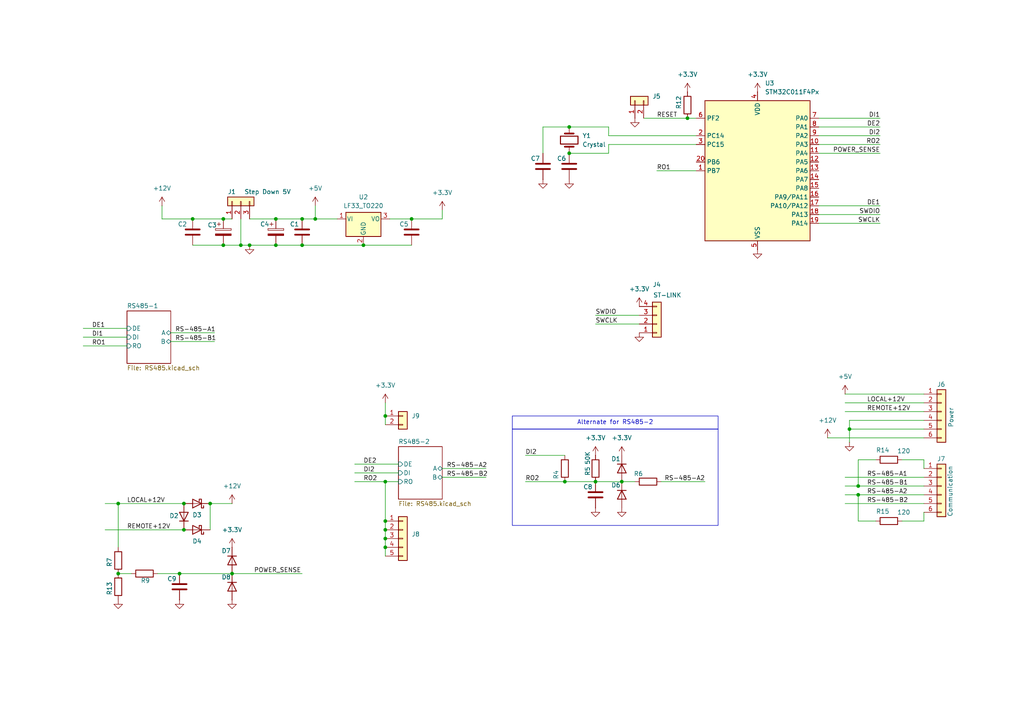
<source format=kicad_sch>
(kicad_sch (version 20250114) (generator "eeschema") (generator_version "9.0")
  (paper "A4")
  (lib_symbols
    (symbol "Connector_Generic:Conn_01x02" (pin_names (offset 1.016) (hide yes))
      (property "Reference" "J" (at 0 2.54 0))
      (property "Value" "Conn_01x02" (at 0 -5.08 0))
      (symbol "Conn_01x02_1_1"
        (rectangle (start -1.27 1.27) (end 1.27 -3.81) (stroke (width 0.254)) (fill (type background)))
        (rectangle (start -1.27 0.127) (end 0 -0.127) (stroke (width 0.1524)))
        (rectangle (start -1.27 -2.413) (end 0 -2.667) (stroke (width 0.1524)))
        (pin passive line (at -5.08 0 0) (length 3.81) (name "Pin_1") (number "1"))
        (pin passive line (at -5.08 -2.54 0) (length 3.81) (name "Pin_2") (number "2"))
      )
    )
    (symbol "Connector_Generic:Conn_01x03" (pin_names (offset 1.016) (hide yes))
      (property "Reference" "J" (at 0 5.08 0))
      (property "Value" "Conn_01x03" (at 0 -5.08 0))
      (symbol "Conn_01x03_1_1"
        (rectangle (start -1.27 3.81) (end 1.27 -3.81) (stroke (width 0.254)) (fill (type background)))
        (rectangle (start -1.27 2.667) (end 0 2.413) (stroke (width 0.1524)))
        (rectangle (start -1.27 0.127) (end 0 -0.127) (stroke (width 0.1524)))
        (rectangle (start -1.27 -2.413) (end 0 -2.667) (stroke (width 0.1524)))
        (pin passive line (at -5.08 2.54 0) (length 3.81) (name "Pin_1") (number "1"))
        (pin passive line (at -5.08 0 0) (length 3.81) (name "Pin_2") (number "2"))
        (pin passive line (at -5.08 -2.54 0) (length 3.81) (name "Pin_3") (number "3"))
      )
    )
    (symbol "Connector_Generic:Conn_01x04" (pin_names (offset 1.016) (hide yes))
      (property "Reference" "J" (at 0 5.08 0))
      (property "Value" "Conn_01x04" (at 0 -7.62 0))
      (symbol "Conn_01x04_1_1"
        (rectangle (start -1.27 3.81) (end 1.27 -6.35) (stroke (width 0.254)) (fill (type background)))
        (rectangle (start -1.27 2.667) (end 0 2.413) (stroke (width 0.1524)))
        (rectangle (start -1.27 0.127) (end 0 -0.127) (stroke (width 0.1524)))
        (rectangle (start -1.27 -2.413) (end 0 -2.667) (stroke (width 0.1524)))
        (rectangle (start -1.27 -4.953) (end 0 -5.207) (stroke (width 0.1524)))
        (pin passive line (at -5.08 2.54 0) (length 3.81) (name "Pin_1") (number "1"))
        (pin passive line (at -5.08 0 0) (length 3.81) (name "Pin_2") (number "2"))
        (pin passive line (at -5.08 -2.54 0) (length 3.81) (name "Pin_3") (number "3"))
        (pin passive line (at -5.08 -5.08 0) (length 3.81) (name "Pin_4") (number "4"))
      )
    )
    (symbol "Connector_Generic:Conn_01x05" (pin_names (offset 1.016) (hide yes))
      (property "Reference" "J" (at 0 7.62 0))
      (property "Value" "Conn_01x05" (at 0 -7.62 0))
      (symbol "Conn_01x05_1_1"
        (rectangle (start -1.27 6.35) (end 1.27 -6.35) (stroke (width 0.254)) (fill (type background)))
        (rectangle (start -1.27 5.207) (end 0 4.953) (stroke (width 0.1524)))
        (rectangle (start -1.27 2.667) (end 0 2.413) (stroke (width 0.1524)))
        (rectangle (start -1.27 0.127) (end 0 -0.127) (stroke (width 0.1524)))
        (rectangle (start -1.27 -2.413) (end 0 -2.667) (stroke (width 0.1524)))
        (rectangle (start -1.27 -4.953) (end 0 -5.207) (stroke (width 0.1524)))
        (pin passive line (at -5.08 5.08 0) (length 3.81) (name "Pin_1") (number "1"))
        (pin passive line (at -5.08 2.54 0) (length 3.81) (name "Pin_2") (number "2"))
        (pin passive line (at -5.08 0 0) (length 3.81) (name "Pin_3") (number "3"))
        (pin passive line (at -5.08 -2.54 0) (length 3.81) (name "Pin_4") (number "4"))
        (pin passive line (at -5.08 -5.08 0) (length 3.81) (name "Pin_5") (number "5"))
      )
    )
    (symbol "Connector_Generic:Conn_01x06" (pin_names (offset 1.016) (hide yes))
      (property "Reference" "J" (at 0 7.62 0))
      (property "Value" "Conn_01x06" (at 0 -10.16 0))
      (symbol "Conn_01x06_1_1"
        (rectangle (start -1.27 6.35) (end 1.27 -8.89) (stroke (width 0.254)) (fill (type background)))
        (rectangle (start -1.27 5.207) (end 0 4.953) (stroke (width 0.1524)))
        (rectangle (start -1.27 2.667) (end 0 2.413) (stroke (width 0.1524)))
        (rectangle (start -1.27 0.127) (end 0 -0.127) (stroke (width 0.1524)))
        (rectangle (start -1.27 -2.413) (end 0 -2.667) (stroke (width 0.1524)))
        (rectangle (start -1.27 -4.953) (end 0 -5.207) (stroke (width 0.1524)))
        (rectangle (start -1.27 -7.493) (end 0 -7.747) (stroke (width 0.1524)))
        (pin passive line (at -5.08 5.08 0) (length 3.81) (name "Pin_1") (number "1"))
        (pin passive line (at -5.08 2.54 0) (length 3.81) (name "Pin_2") (number "2"))
        (pin passive line (at -5.08 0 0) (length 3.81) (name "Pin_3") (number "3"))
        (pin passive line (at -5.08 -2.54 0) (length 3.81) (name "Pin_4") (number "4"))
        (pin passive line (at -5.08 -5.08 0) (length 3.81) (name "Pin_5") (number "5"))
        (pin passive line (at -5.08 -7.62 0) (length 3.81) (name "Pin_6") (number "6"))
      )
    )
    (symbol "Device:C" (pin_numbers (hide yes)) (pin_names (offset 0.254))
      (property "Reference" "C" (at 0.635 2.54 0))
      (property "Value" "C" (at 0.635 -2.54 0))
      (symbol "C_0_1"
        (polyline (pts (xy -2.032 0.762) (xy 2.032 0.762)) (stroke (width 0.508)))
        (polyline (pts (xy -2.032 -0.762) (xy 2.032 -0.762)) (stroke (width 0.508)))
      )
      (symbol "C_1_1"
        (pin passive line (at 0 3.81 270) (length 2.794) (name "~") (number "1"))
        (pin passive line (at 0 -3.81 90) (length 2.794) (name "~") (number "2"))
      )
    )
    (symbol "Device:C_Polarized" (pin_numbers (hide yes)) (pin_names (offset 0.254))
      (property "Reference" "C" (at 0.635 2.54 0))
      (property "Value" "C_Polarized" (at 0.635 -2.54 0))
      (symbol "C_Polarized_0_1"
        (rectangle (start -2.286 0.508) (end 2.286 1.016))
        (polyline (pts (xy -1.778 2.286) (xy -0.762 2.286)))
        (polyline (pts (xy -1.27 2.794) (xy -1.27 1.778)))
        (rectangle (start 2.286 -0.508) (end -2.286 -1.016) (fill (type outline)))
      )
      (symbol "C_Polarized_1_1"
        (pin passive line (at 0 3.81 270) (length 2.794) (name "~") (number "1"))
        (pin passive line (at 0 -3.81 90) (length 2.794) (name "~") (number "2"))
      )
    )
    (symbol "Device:Crystal" (pin_numbers (hide yes)) (pin_names (offset 1.016) (hide yes))
      (property "Reference" "Y" (at 0 3.81 0))
      (property "Value" "Crystal" (at 0 -3.81 0))
      (symbol "Crystal_0_1"
        (polyline (pts (xy -2.54 0) (xy -1.905 0)))
        (polyline (pts (xy -1.905 -1.27) (xy -1.905 1.27)) (stroke (width 0.508)))
        (rectangle (start -1.143 2.54) (end 1.143 -2.54) (stroke (width 0.3048)))
        (polyline (pts (xy 1.905 -1.27) (xy 1.905 1.27)) (stroke (width 0.508)))
        (polyline (pts (xy 2.54 0) (xy 1.905 0)))
      )
      (symbol "Crystal_1_1"
        (pin passive line (at -3.81 0 0) (length 1.27) (name "1") (number "1"))
        (pin passive line (at 3.81 0 180) (length 1.27) (name "2") (number "2"))
      )
    )
    (symbol "Device:D" (pin_numbers (hide yes)) (pin_names (offset 1.016) (hide yes))
      (property "Reference" "D" (at 0 2.54 0))
      (property "Value" "D" (at 0 -2.54 0))
      (symbol "D_0_1"
        (polyline (pts (xy -1.27 1.27) (xy -1.27 -1.27)) (stroke (width 0.254)))
        (polyline (pts (xy 1.27 1.27) (xy 1.27 -1.27) (xy -1.27 0) (xy 1.27 1.27)) (stroke (width 0.254)))
        (polyline (pts (xy 1.27 0) (xy -1.27 0)))
      )
      (symbol "D_1_1"
        (pin passive line (at -3.81 0 0) (length 2.54) (name "K") (number "1"))
        (pin passive line (at 3.81 0 180) (length 2.54) (name "A") (number "2"))
      )
    )
    (symbol "Device:D_Schottky" (pin_numbers (hide yes)) (pin_names (offset 1.016) (hide yes))
      (property "Reference" "D" (at 0 2.54 0))
      (property "Value" "D_Schottky" (at 0 -2.54 0))
      (symbol "D_Schottky_0_1"
        (polyline (pts (xy -1.905 0.635) (xy -1.905 1.27) (xy -1.27 1.27) (xy -1.27 -1.27) (xy -0.635 -1.27) (xy -0.635 -0.635)) (stroke (width 0.254)))
        (polyline (pts (xy 1.27 1.27) (xy 1.27 -1.27) (xy -1.27 0) (xy 1.27 1.27)) (stroke (width 0.254)))
        (polyline (pts (xy 1.27 0) (xy -1.27 0)))
      )
      (symbol "D_Schottky_1_1"
        (pin passive line (at -3.81 0 0) (length 2.54) (name "K") (number "1"))
        (pin passive line (at 3.81 0 180) (length 2.54) (name "A") (number "2"))
      )
    )
    (symbol "Device:R" (pin_numbers (hide yes)) (pin_names (offset 0))
      (property "Reference" "R" (at 2.032 0 90))
      (property "Value" "R" (at 0 0 90))
      (symbol "R_0_1"
        (rectangle (start -1.016 -2.54) (end 1.016 2.54) (stroke (width 0.254)))
      )
      (symbol "R_1_1"
        (pin passive line (at 0 3.81 270) (length 1.27) (name "~") (number "1"))
        (pin passive line (at 0 -3.81 90) (length 1.27) (name "~") (number "2"))
      )
    )
    (symbol "MCU_ST_STM32C0:STM32C011F4Px"
      (property "Reference" "U" (at -15.24 21.59 0))
      (property "Value" "STM32C011F4Px" (at 2.54 21.59 0))
      (symbol "STM32C011F4Px_0_1"
        (rectangle (start -15.24 -20.32) (end 15.24 20.32) (stroke (width 0.254)) (fill (type background)))
      )
      (symbol "STM32C011F4Px_1_1"
        (pin bidirectional line (at -17.78 15.24 0) (length 2.54) (name "PF2") (number "6"))
        (pin bidirectional line (at -17.78 10.16 0) (length 2.54) (name "PC14") (number "2"))
        (pin bidirectional line (at -17.78 7.62 0) (length 2.54) (name "PC15") (number "3"))
        (pin bidirectional line (at -17.78 2.54 0) (length 2.54) (name "PB6") (number "20"))
        (pin bidirectional line (at -17.78 0 0) (length 2.54) (name "PB7") (number "1"))
        (pin power_in line (at 0 22.86 270) (length 2.54) (name "VDD") (number "4"))
        (pin power_in line (at 0 -22.86 90) (length 2.54) (name "VSS") (number "5"))
        (pin bidirectional line (at 17.78 15.24 180) (length 2.54) (name "PA0") (number "7"))
        (pin bidirectional line (at 17.78 12.7 180) (length 2.54) (name "PA1") (number "8"))
        (pin bidirectional line (at 17.78 10.16 180) (length 2.54) (name "PA2") (number "9"))
        (pin bidirectional line (at 17.78 7.62 180) (length 2.54) (name "PA3") (number "10"))
        (pin bidirectional line (at 17.78 5.08 180) (length 2.54) (name "PA4") (number "11"))
        (pin bidirectional line (at 17.78 2.54 180) (length 2.54) (name "PA5") (number "12"))
        (pin bidirectional line (at 17.78 0 180) (length 2.54) (name "PA6") (number "13"))
        (pin bidirectional line (at 17.78 -2.54 180) (length 2.54) (name "PA7") (number "14"))
        (pin bidirectional line (at 17.78 -5.08 180) (length 2.54) (name "PA8") (number "15"))
        (pin bidirectional line (at 17.78 -7.62 180) (length 2.54) (name "PA9/PA11") (number "16"))
        (pin bidirectional line (at 17.78 -10.16 180) (length 2.54) (name "PA10/PA12") (number "17"))
        (pin bidirectional line (at 17.78 -12.7 180) (length 2.54) (name "PA13") (number "18"))
        (pin bidirectional line (at 17.78 -15.24 180) (length 2.54) (name "PA14") (number "19"))
      )
    )
    (symbol "Regulator_Linear:LF33_TO220" (pin_names (offset 0.254))
      (property "Reference" "U" (at -3.81 3.175 0))
      (property "Value" "LF33_TO220" (at 0 3.175 0))
      (symbol "LF33_TO220_0_1"
        (rectangle (start -5.08 1.905) (end 5.08 -5.08) (stroke (width 0.254)) (fill (type background)))
      )
      (symbol "LF33_TO220_1_1"
        (pin power_in line (at -7.62 0 0) (length 2.54) (name "VI") (number "1"))
        (pin power_in line (at 0 -7.62 90) (length 2.54) (name "GND") (number "2"))
        (pin power_out line (at 7.62 0 180) (length 2.54) (name "VO") (number "3"))
      )
    )
    (symbol "power:+12V" (power) (pin_numbers (hide yes)) (pin_names (offset 0) (hide yes))
      (property "Value" "+12V" (at 0 3.556 0))
      (symbol "+12V_0_1"
        (polyline (pts (xy -0.762 1.27) (xy 0 2.54)))
        (polyline (pts (xy 0 2.54) (xy 0.762 1.27)))
        (polyline (pts (xy 0 0) (xy 0 2.54)))
      )
      (symbol "+12V_1_1"
        (pin power_in line (at 0 0 90) (length 0) (name "~") (number "1"))
      )
    )
    (symbol "power:+3.3V" (power) (pin_numbers (hide yes)) (pin_names (offset 0) (hide yes))
      (property "Value" "+3.3V" (at 0 3.556 0))
      (symbol "+3.3V_0_1"
        (polyline (pts (xy -0.762 1.27) (xy 0 2.54)))
        (polyline (pts (xy 0 2.54) (xy 0.762 1.27)))
        (polyline (pts (xy 0 0) (xy 0 2.54)))
      )
      (symbol "+3.3V_1_1"
        (pin power_in line (at 0 0 90) (length 0) (name "~") (number "1"))
      )
    )
    (symbol "power:+5V" (power) (pin_numbers (hide yes)) (pin_names (offset 0) (hide yes))
      (property "Value" "+5V" (at 0 3.556 0))
      (symbol "+5V_0_1"
        (polyline (pts (xy -0.762 1.27) (xy 0 2.54)))
        (polyline (pts (xy 0 2.54) (xy 0.762 1.27)))
        (polyline (pts (xy 0 0) (xy 0 2.54)))
      )
      (symbol "+5V_1_1"
        (pin power_in line (at 0 0 90) (length 0) (name "~") (number "1"))
      )
    )
    (symbol "power:GND" (power) (pin_numbers (hide yes)) (pin_names (offset 0) (hide yes))
      (property "Value" "GND" (at 0 -3.81 0))
      (symbol "GND_0_1"
        (polyline (pts (xy 0 0) (xy 0 -1.27) (xy 1.27 -1.27) (xy 0 -2.54) (xy -1.27 -1.27) (xy 0 -1.27)))
      )
      (symbol "GND_1_1"
        (pin power_in line (at 0 0 270) (length 0) (name "~") (number "1"))
      )
    )
  )
  (rectangle (start 148.59 124.46) (end 208.28 152.4))
  (text_box "Alternate for RS485-2" (at 148.59 120.65 0) (size 59.69 3.81) (margins 0.9525 0.9525 0.9525 0.9525) (effects (font (size 1.27 1.27)) (justify top)))
  (junction (at 55.88 63.5))
  (junction (at 111.76 139.7))
  (junction (at 119.38 63.5))
  (junction (at 111.76 158.75))
  (junction (at 87.63 63.5))
  (junction (at 34.29 166.37))
  (junction (at 165.1 44.45))
  (junction (at 60.96 146.05))
  (junction (at 69.85 71.12))
  (junction (at 248.92 140.97))
  (junction (at 111.76 156.21))
  (junction (at 67.31 166.37))
  (junction (at 111.76 153.67))
  (junction (at 111.76 151.13))
  (junction (at 53.34 146.05))
  (junction (at 199.39 34.29))
  (junction (at 53.34 153.67))
  (junction (at 80.01 71.12))
  (junction (at 165.1 36.83))
  (junction (at 72.39 71.12))
  (junction (at 180.34 139.7))
  (junction (at 80.01 63.5))
  (junction (at 111.76 120.65))
  (junction (at 64.77 63.5))
  (junction (at 246.38 124.46))
  (junction (at 52.07 166.37))
  (junction (at 172.72 139.7))
  (junction (at 34.29 146.05))
  (junction (at 105.41 71.12))
  (junction (at 248.92 143.51))
  (junction (at 87.63 71.12))
  (junction (at 163.83 139.7))
  (junction (at 64.77 71.12))
  (junction (at 91.44 63.5))
  (wire (pts (xy 172.72 91.44) (xy 185.42 91.44)))
  (wire (pts (xy 248.92 143.51) (xy 267.97 143.51)))
  (wire (pts (xy 102.87 139.7) (xy 111.76 139.7)))
  (wire (pts (xy 176.53 41.91) (xy 201.93 41.91)))
  (wire (pts (xy 111.76 116.84) (xy 111.76 120.65)))
  (wire (pts (xy 237.49 36.83) (xy 255.27 36.83)))
  (wire (pts (xy 246.38 124.46) (xy 267.97 124.46)))
  (wire (pts (xy 111.76 151.13) (xy 111.76 153.67)))
  (wire (pts (xy 246.38 124.46) (xy 246.38 121.92)))
  (wire (pts (xy 267.97 133.35) (xy 267.97 135.89)))
  (wire (pts (xy 49.53 96.52) (xy 62.23 96.52)))
  (wire (pts (xy 237.49 39.37) (xy 255.27 39.37)))
  (wire (pts (xy 34.29 146.05) (xy 34.29 158.75)))
  (wire (pts (xy 237.49 41.91) (xy 255.27 41.91)))
  (wire (pts (xy 24.13 95.25) (xy 36.83 95.25)))
  (wire (pts (xy 237.49 44.45) (xy 255.27 44.45)))
  (wire (pts (xy 46.99 63.5) (xy 55.88 63.5)))
  (wire (pts (xy 64.77 71.12) (xy 69.85 71.12)))
  (wire (pts (xy 69.85 63.5) (xy 69.85 71.12)))
  (wire (pts (xy 60.96 146.05) (xy 67.31 146.05)))
  (wire (pts (xy 165.1 36.83) (xy 176.53 36.83)))
  (wire (pts (xy 176.53 36.83) (xy 176.53 39.37)))
  (wire (pts (xy 254 133.35) (xy 248.92 133.35)))
  (wire (pts (xy 69.85 71.12) (xy 72.39 71.12)))
  (wire (pts (xy 52.07 166.37) (xy 67.31 166.37)))
  (wire (pts (xy 113.03 63.5) (xy 119.38 63.5)))
  (wire (pts (xy 55.88 71.12) (xy 64.77 71.12)))
  (wire (pts (xy 46.99 63.5) (xy 46.99 59.69)))
  (wire (pts (xy 72.39 71.12) (xy 80.01 71.12)))
  (wire (pts (xy 172.72 93.98) (xy 185.42 93.98)))
  (wire (pts (xy 199.39 34.29) (xy 201.93 34.29)))
  (wire (pts (xy 152.4 132.08) (xy 163.83 132.08)))
  (wire (pts (xy 30.48 153.67) (xy 53.34 153.67)))
  (wire (pts (xy 246.38 128.27) (xy 246.38 124.46)))
  (wire (pts (xy 111.76 139.7) (xy 115.57 139.7)))
  (wire (pts (xy 111.76 139.7) (xy 111.76 151.13)))
  (wire (pts (xy 102.87 137.16) (xy 115.57 137.16)))
  (wire (pts (xy 111.76 153.67) (xy 111.76 156.21)))
  (wire (pts (xy 45.72 166.37) (xy 52.07 166.37)))
  (wire (pts (xy 128.27 60.96) (xy 128.27 63.5)))
  (wire (pts (xy 67.31 166.37) (xy 87.63 166.37)))
  (wire (pts (xy 176.53 39.37) (xy 201.93 39.37)))
  (wire (pts (xy 157.48 44.45) (xy 157.48 36.83)))
  (wire (pts (xy 102.87 134.62) (xy 115.57 134.62)))
  (wire (pts (xy 55.88 63.5) (xy 64.77 63.5)))
  (wire (pts (xy 30.48 146.05) (xy 34.29 146.05)))
  (wire (pts (xy 245.11 146.05) (xy 267.97 146.05)))
  (wire (pts (xy 34.29 166.37) (xy 38.1 166.37)))
  (wire (pts (xy 157.48 36.83) (xy 165.1 36.83)))
  (wire (pts (xy 237.49 62.23) (xy 255.27 62.23)))
  (wire (pts (xy 80.01 71.12) (xy 87.63 71.12)))
  (wire (pts (xy 261.62 151.13) (xy 267.97 151.13)))
  (wire (pts (xy 128.27 135.89) (xy 140.97 135.89)))
  (wire (pts (xy 172.72 139.7) (xy 180.34 139.7)))
  (wire (pts (xy 165.1 44.45) (xy 176.53 44.45)))
  (wire (pts (xy 248.92 151.13) (xy 248.92 143.51)))
  (wire (pts (xy 80.01 63.5) (xy 87.63 63.5)))
  (wire (pts (xy 24.13 97.79) (xy 36.83 97.79)))
  (wire (pts (xy 267.97 151.13) (xy 267.97 148.59)))
  (wire (pts (xy 186.69 34.29) (xy 199.39 34.29)))
  (wire (pts (xy 245.11 138.43) (xy 267.97 138.43)))
  (wire (pts (xy 245.11 114.3) (xy 267.97 114.3)))
  (wire (pts (xy 152.4 139.7) (xy 163.83 139.7)))
  (wire (pts (xy 245.11 143.51) (xy 248.92 143.51)))
  (wire (pts (xy 72.39 63.5) (xy 80.01 63.5)))
  (wire (pts (xy 248.92 133.35) (xy 248.92 140.97)))
  (wire (pts (xy 163.83 139.7) (xy 172.72 139.7)))
  (wire (pts (xy 248.92 140.97) (xy 267.97 140.97)))
  (wire (pts (xy 49.53 99.06) (xy 62.23 99.06)))
  (wire (pts (xy 60.96 146.05) (xy 60.96 153.67)))
  (wire (pts (xy 111.76 158.75) (xy 111.76 161.29)))
  (wire (pts (xy 24.13 100.33) (xy 36.83 100.33)))
  (wire (pts (xy 246.38 121.92) (xy 267.97 121.92)))
  (wire (pts (xy 245.11 140.97) (xy 248.92 140.97)))
  (wire (pts (xy 111.76 120.65) (xy 111.76 123.19)))
  (wire (pts (xy 245.11 116.84) (xy 267.97 116.84)))
  (wire (pts (xy 91.44 63.5) (xy 91.44 59.69)))
  (wire (pts (xy 87.63 63.5) (xy 91.44 63.5)))
  (wire (pts (xy 245.11 119.38) (xy 267.97 119.38)))
  (wire (pts (xy 191.77 139.7) (xy 204.47 139.7)))
  (wire (pts (xy 240.03 127) (xy 267.97 127)))
  (wire (pts (xy 180.34 139.7) (xy 184.15 139.7)))
  (wire (pts (xy 237.49 59.69) (xy 255.27 59.69)))
  (wire (pts (xy 111.76 156.21) (xy 111.76 158.75)))
  (wire (pts (xy 91.44 63.5) (xy 97.79 63.5)))
  (wire (pts (xy 237.49 64.77) (xy 255.27 64.77)))
  (wire (pts (xy 254 151.13) (xy 248.92 151.13)))
  (wire (pts (xy 237.49 34.29) (xy 255.27 34.29)))
  (wire (pts (xy 87.63 71.12) (xy 105.41 71.12)))
  (wire (pts (xy 261.62 133.35) (xy 267.97 133.35)))
  (wire (pts (xy 128.27 138.43) (xy 140.97 138.43)))
  (wire (pts (xy 176.53 41.91) (xy 176.53 44.45)))
  (wire (pts (xy 128.27 63.5) (xy 119.38 63.5)))
  (wire (pts (xy 64.77 63.5) (xy 67.31 63.5)))
  (wire (pts (xy 34.29 146.05) (xy 53.34 146.05)))
  (wire (pts (xy 190.5 49.53) (xy 201.93 49.53)))
  (wire (pts (xy 105.41 71.12) (xy 119.38 71.12)))
  (label "SWCLK" (at 255.27 64.77 180))
  (label "SWDIO" (at 255.27 62.23 180))
  (label "RESET" (at 190.5 34.29 0))
  (label "POWER_SENSE" (at 255.27 44.45 180))
  (label "DI1" (at 255.27 34.29 180))
  (label "POWER_SENSE" (at 73.66 166.37 0))
  (label "REMOTE+12V" (at 36.83 153.67 0))
  (label "RO1" (at 190.5 49.53 0))
  (label "RS-485-A1" (at 251.46 138.43 0))
  (label "DE2" (at 255.27 36.83 180))
  (label "SWCLK" (at 172.72 93.98 0))
  (label "RS-485-B2" (at 251.46 146.05 0))
  (label "SWDIO" (at 172.72 91.44 0))
  (label "RS-485-B1" (at 50.8 99.06 0))
  (label "RS-485-A1" (at 50.8 96.52 0))
  (label "RS-485-B2" (at 129.54 138.43 0))
  (label "RS-485-A2" (at 129.54 135.89 0))
  (label "RS-485-B1" (at 251.46 140.97 0))
  (label "DI2" (at 255.27 39.37 180))
  (label "LOCAL+12V" (at 36.83 146.05 0))
  (label "LOCAL+12V" (at 251.46 116.84 0))
  (label "DE1" (at 255.27 59.69 180))
  (label "RS-485-A2" (at 204.47 139.7 180))
  (label "REMOTE+12V" (at 251.46 119.38 0))
  (label "DE2" (at 105.41 134.62 0))
  (label "DI2" (at 105.41 137.16 0))
  (label "RO2" (at 105.41 139.7 0))
  (label "RS-485-A2" (at 251.46 143.51 0))
  (label "RO2" (at 255.27 41.91 180))
  (label "DI2" (at 152.4 132.08 0))
  (label "RO2" (at 152.4 139.7 0))
  (label "DE1" (at 26.67 95.25 0))
  (label "RO1" (at 26.67 100.33 0))
  (label "DI1" (at 26.67 97.79 0))
  (symbol (lib_id "Connector_Generic:Conn_01x02") (at 184.15 29.21 90) (unit 1)
    (property "Reference" "J5" (at 189.23 27.9399 90) (effects (justify right)))
    (property "Value" "Conn_01x02" (effects (hide yes)))
    (property "Footprint" "Connector_PinHeader_2.54mm:PinHeader_1x02_P2.54mm_Vertical" (effects (hide yes)))
    (property "Description" "Generic connector, single row, 01x02, script generated (kicad-library-utils/schlib/autogen/connector/)" (effects (hide yes)))
  )
  (symbol (lib_id "Device:R") (at 163.83 135.89 180) (unit 1) (on_board no)
    (property "Reference" "R4" (at 161.29 137.668 90))
    (property "Value" "120" (effects (hide yes)))
    (property "Footprint" "Resistor_THT:R_Axial_DIN0207_L6.3mm_D2.5mm_P7.62mm_Horizontal" (effects (hide yes)))
    (property "Description" "Resistor" (effects (hide yes)))
  )
  (symbol (lib_id "power:GND") (at 34.29 173.99 0) (unit 1)
    (property "Reference" "#PWR019" (effects (hide yes)))
    (property "Value" "GND" (effects (hide yes)))
    (property "Description" "Power symbol creates a global label with name \"GND\" , ground" (effects (hide yes)))
  )
  (symbol (lib_id "power:GND") (at 184.15 34.29 0) (unit 1)
    (property "Reference" "#PWR029" (effects (hide yes)))
    (property "Value" "GND" (effects (hide yes)))
    (property "Description" "Power symbol creates a global label with name \"GND\" , ground" (effects (hide yes)))
  )
  (symbol (lib_id "Device:D_Schottky") (at 57.15 146.05 180) (unit 1)
    (property "Reference" "D3" (at 57.15 149.352 0))
    (property "Value" "D_Schottky" (effects (hide yes)))
    (property "Footprint" "Resistor_THT:R_Axial_DIN0207_L6.3mm_D2.5mm_P7.62mm_Horizontal" (effects (hide yes)))
    (property "Description" "Schottky diode" (effects (hide yes)))
  )
  (symbol (lib_id "Device:R") (at 199.39 30.48 180) (unit 1)
    (property "Reference" "R12" (at 196.85 29.718 90))
    (property "Value" "120" (effects (hide yes)))
    (property "Footprint" "Resistor_THT:R_Axial_DIN0207_L6.3mm_D2.5mm_P7.62mm_Horizontal" (effects (hide yes)))
    (property "Description" "Resistor" (effects (hide yes)))
  )
  (symbol (lib_id "power:GND") (at 219.71 72.39 0) (unit 1)
    (property "Reference" "#PWR08" (effects (hide yes)))
    (property "Value" "GND" (effects (hide yes)))
    (property "Description" "Power symbol creates a global label with name \"GND\" , ground" (effects (hide yes)))
  )
  (symbol (lib_id "Connector_Generic:Conn_01x06") (at 273.05 119.38 0) (unit 1)
    (property "Reference" "J6" (at 271.78 111.506 0) (effects (justify left)))
    (property "Value" "Power" (at 275.844 123.952 90) (effects (justify left)))
    (property "Footprint" "_Footprints:PTSA-0.5-6-2.5-Z" (effects (hide yes)))
    (property "Description" "Generic connector, single row, 01x06, script generated (kicad-library-utils/schlib/autogen/connector/)" (effects (hide yes)))
  )
  (symbol (lib_id "Device:C") (at 52.07 170.18 0) (unit 1)
    (property "Reference" "C9" (at 48.514 167.894 0) (effects (justify left)))
    (property "Footprint" "Capacitor_THT:C_Disc_D3.0mm_W1.6mm_P2.50mm" (effects (hide yes)))
    (property "Description" "Unpolarized capacitor" (effects (hide yes)))
  )
  (symbol (lib_id "power:+3.3V") (at 128.27 60.96 0) (unit 1)
    (property "Reference" "#PWR05" (effects (hide yes)))
    (property "Value" "+3.3V" (at 128.27 55.88 0))
    (property "Description" "Power symbol creates a global label with name \"+3.3V\"" (effects (hide yes)))
  )
  (symbol (lib_id "power:+5V") (at 245.11 114.3 0) (unit 1)
    (property "Reference" "#PWR016" (effects (hide yes)))
    (property "Value" "+5V" (at 245.11 109.22 0))
    (property "Description" "Power symbol creates a global label with name \"+5V\"" (effects (hide yes)))
  )
  (symbol (lib_id "Device:C") (at 55.88 67.31 0) (unit 1)
    (property "Reference" "C2" (at 51.562 65.024 0) (effects (justify left)))
    (property "Footprint" "Capacitor_THT:C_Disc_D3.0mm_W1.6mm_P2.50mm" (effects (hide yes)))
    (property "Description" "Unpolarized capacitor" (effects (hide yes)))
  )
  (symbol (lib_id "Device:D") (at 53.34 149.86 90) (unit 1)
    (property "Reference" "D2" (at 51.816 149.606 90) (effects (justify left)))
    (property "Value" "D" (effects (hide yes)))
    (property "Footprint" "Resistor_THT:R_Axial_DIN0207_L6.3mm_D2.5mm_P7.62mm_Horizontal" (effects (hide yes)))
    (property "Description" "Diode" (effects (hide yes)))
    (property "Sim.Device" "D" (effects (hide yes)))
    (property "Sim.Pins" "1=K 2=A" (effects (hide yes)))
  )
  (symbol (lib_id "Device:C_Polarized") (at 80.01 67.31 0) (unit 1)
    (property "Reference" "C4" (at 75.438 65.024 0) (effects (justify left)))
    (property "Value" "C_Polarized" (effects (hide yes)))
    (property "Footprint" "Capacitor_THT:CP_Radial_D6.3mm_P2.50mm" (effects (hide yes)))
    (property "Description" "Polarized capacitor" (effects (hide yes)))
  )
  (symbol (lib_id "Connector_Generic:Conn_01x02") (at 116.84 120.65 0) (unit 1)
    (property "Reference" "J9" (at 119.38 120.6499 0) (effects (justify left)))
    (property "Value" "Conn_01x02" (effects (hide yes)))
    (property "Footprint" "Connector_PinHeader_2.54mm:PinHeader_1x02_P2.54mm_Vertical" (effects (hide yes)))
    (property "Description" "Generic connector, single row, 01x02, script generated (kicad-library-utils/schlib/autogen/connector/)" (effects (hide yes)))
  )
  (symbol (lib_id "Device:R") (at 257.81 151.13 90) (unit 1)
    (property "Reference" "R15" (at 256.032 148.336 90))
    (property "Value" "120" (at 262.128 148.59 90))
    (property "Footprint" "Resistor_THT:R_Axial_DIN0207_L6.3mm_D2.5mm_P7.62mm_Horizontal" (effects (hide yes)))
    (property "Description" "Resistor" (effects (hide yes)))
  )
  (symbol (lib_id "Device:R") (at 257.81 133.35 90) (unit 1)
    (property "Reference" "R14" (at 256.032 130.556 90))
    (property "Value" "120" (at 262.128 130.81 90))
    (property "Footprint" "Resistor_THT:R_Axial_DIN0207_L6.3mm_D2.5mm_P7.62mm_Horizontal" (effects (hide yes)))
    (property "Description" "Resistor" (effects (hide yes)))
  )
  (symbol (lib_id "power:+12V") (at 46.99 59.69 0) (unit 1)
    (property "Reference" "#PWR02" (effects (hide yes)))
    (property "Value" "+12V" (at 46.99 54.61 0))
    (property "Description" "Power symbol creates a global label with name \"+12V\"" (effects (hide yes)))
  )
  (symbol (lib_id "Device:D") (at 180.34 143.51 270) (unit 1) (on_board no)
    (property "Reference" "D6" (at 177.292 140.716 90) (effects (justify left)))
    (property "Value" "D" (effects (hide yes)))
    (property "Footprint" "Resistor_THT:R_Axial_DIN0207_L6.3mm_D2.5mm_P7.62mm_Horizontal" (effects (hide yes)))
    (property "Description" "Diode" (effects (hide yes)))
    (property "Sim.Device" "D" (effects (hide yes)))
    (property "Sim.Pins" "1=K 2=A" (effects (hide yes)))
  )
  (symbol (lib_id "Device:R") (at 187.96 139.7 90) (unit 1) (on_board no)
    (property "Reference" "R6" (at 185.166 137.414 90))
    (property "Value" "120" (effects (hide yes)))
    (property "Footprint" "Resistor_THT:R_Axial_DIN0207_L6.3mm_D2.5mm_P7.62mm_Horizontal" (effects (hide yes)))
    (property "Description" "Resistor" (effects (hide yes)))
  )
  (symbol (lib_id "Device:R") (at 172.72 135.89 180) (unit 1) (on_board no)
    (property "Reference" "R5" (at 170.434 136.652 90))
    (property "Value" "50K" (at 170.434 132.842 90))
    (property "Footprint" "Resistor_THT:R_Axial_DIN0207_L6.3mm_D2.5mm_P7.62mm_Horizontal" (effects (hide yes)))
    (property "Description" "Resistor" (effects (hide yes)))
  )
  (symbol (lib_id "MCU_ST_STM32C0:STM32C011F4Px") (at 219.71 49.53 0) (unit 1)
    (property "Reference" "U3" (at 221.8533 24.13 0) (effects (justify left)))
    (property "Value" "STM32C011F4Px" (at 221.8533 26.67 0) (effects (justify left)))
    (property "Footprint" "Package_SO:TSSOP-20_4.4x6.5mm_P0.65mm" (effects (hide yes)))
    (property "Datasheet" "https://www.st.com/resource/en/datasheet/stm32c011f4.pdf" (effects (hide yes)))
    (property "Description" "STMicroelectronics Arm Cortex-M0+ MCU, 16KB flash, 6KB RAM, 48 MHz, 2.0-3.6V, 18 GPIO, TSSOP20" (effects (hide yes)))
  )
  (symbol (lib_id "power:GND") (at 72.39 71.12 0) (unit 1)
    (property "Reference" "#PWR01" (effects (hide yes)))
    (property "Value" "GND" (effects (hide yes)))
    (property "Description" "Power symbol creates a global label with name \"GND\" , ground" (effects (hide yes)))
  )
  (symbol (lib_id "Device:D") (at 180.34 135.89 270) (unit 1) (on_board no)
    (property "Reference" "D1" (at 177.292 133.096 90) (effects (justify left)))
    (property "Value" "D" (effects (hide yes)))
    (property "Footprint" "Resistor_THT:R_Axial_DIN0207_L6.3mm_D2.5mm_P7.62mm_Horizontal" (effects (hide yes)))
    (property "Description" "Diode" (effects (hide yes)))
    (property "Sim.Device" "D" (effects (hide yes)))
    (property "Sim.Pins" "1=K 2=A" (effects (hide yes)))
  )
  (symbol (lib_id "Connector_Generic:Conn_01x05") (at 116.84 156.21 0) (unit 1)
    (property "Reference" "J8" (at 119.38 154.9399 0) (effects (justify left)))
    (property "Footprint" "Connector_PinHeader_2.54mm:PinHeader_1x05_P2.54mm_Vertical" (effects (hide yes)))
    (property "Description" "Generic connector, single row, 01x05, script generated (kicad-library-utils/schlib/autogen/connector/)" (effects (hide yes)))
  )
  (symbol (lib_id "power:GND") (at 172.72 147.32 0) (unit 1)
    (property "Reference" "#PWR013" (effects (hide yes)))
    (property "Value" "GND" (effects (hide yes)))
    (property "Description" "Power symbol creates a global label with name \"GND\" , ground" (effects (hide yes)))
  )
  (symbol (lib_id "power:GND") (at 52.07 173.99 0) (unit 1)
    (property "Reference" "#PWR020" (effects (hide yes)))
    (property "Value" "GND" (effects (hide yes)))
    (property "Description" "Power symbol creates a global label with name \"GND\" , ground" (effects (hide yes)))
  )
  (symbol (lib_id "power:+3.3V") (at 111.76 116.84 0) (unit 1)
    (property "Reference" "#PWR030" (effects (hide yes)))
    (property "Value" "+3.3V" (at 111.76 111.76 0))
    (property "Description" "Power symbol creates a global label with name \"+3.3V\"" (effects (hide yes)))
  )
  (symbol (lib_id "power:GND") (at 180.34 147.32 0) (unit 1)
    (property "Reference" "#PWR014" (effects (hide yes)))
    (property "Value" "GND" (effects (hide yes)))
    (property "Description" "Power symbol creates a global label with name \"GND\" , ground" (effects (hide yes)))
  )
  (symbol (lib_id "power:GND") (at 67.31 173.99 0) (unit 1)
    (property "Reference" "#PWR022" (effects (hide yes)))
    (property "Value" "GND" (effects (hide yes)))
    (property "Description" "Power symbol creates a global label with name \"GND\" , ground" (effects (hide yes)))
  )
  (symbol (lib_id "power:+5V") (at 91.44 59.69 0) (unit 1)
    (property "Reference" "#PWR03" (effects (hide yes)))
    (property "Value" "+5V" (at 91.44 54.61 0))
    (property "Description" "Power symbol creates a global label with name \"+5V\"" (effects (hide yes)))
  )
  (symbol (lib_id "Connector_Generic:Conn_01x04") (at 190.5 93.98 0) (mirror x) (unit 1)
    (property "Reference" "J4" (at 190.5 82.55 0))
    (property "Value" "ST-LINK" (at 193.548 85.598 0))
    (property "Footprint" "Connector_PinHeader_2.54mm:PinHeader_1x04_P2.54mm_Vertical" (effects (hide yes)))
    (property "Description" "Generic connector, single row, 01x04, script generated (kicad-library-utils/schlib/autogen/connector/)" (effects (hide yes)))
  )
  (symbol (lib_id "Device:R") (at 34.29 162.56 180) (unit 1)
    (property "Reference" "R7" (at 31.75 163.068 90))
    (property "Value" "120" (effects (hide yes)))
    (property "Footprint" "Resistor_THT:R_Axial_DIN0207_L6.3mm_D2.5mm_P7.62mm_Horizontal" (effects (hide yes)))
    (property "Description" "Resistor" (effects (hide yes)))
  )
  (symbol (lib_id "Device:R") (at 34.29 170.18 180) (unit 1)
    (property "Reference" "R13" (at 31.75 170.688 90))
    (property "Value" "120" (effects (hide yes)))
    (property "Footprint" "Resistor_THT:R_Axial_DIN0207_L6.3mm_D2.5mm_P7.62mm_Horizontal" (effects (hide yes)))
    (property "Description" "Resistor" (effects (hide yes)))
  )
  (symbol (lib_id "Device:C") (at 172.72 143.51 0) (unit 1) (on_board no)
    (property "Reference" "C8" (at 169.164 141.224 0) (effects (justify left)))
    (property "Footprint" "Capacitor_THT:C_Disc_D3.0mm_W1.6mm_P2.50mm" (effects (hide yes)))
    (property "Description" "Unpolarized capacitor" (effects (hide yes)))
  )
  (symbol (lib_id "Device:C_Polarized") (at 64.77 67.31 0) (unit 1)
    (property "Reference" "C3" (at 60.198 65.278 0) (effects (justify left)))
    (property "Value" "C_Polarized" (effects (hide yes)))
    (property "Footprint" "Capacitor_THT:CP_Radial_D6.3mm_P2.50mm" (effects (hide yes)))
    (property "Description" "Polarized capacitor" (effects (hide yes)))
  )
  (symbol (lib_id "Device:C") (at 119.38 67.31 0) (unit 1)
    (property "Reference" "C5" (at 115.824 65.024 0) (effects (justify left)))
    (property "Footprint" "Capacitor_THT:C_Disc_D3.0mm_W1.6mm_P2.50mm" (effects (hide yes)))
    (property "Description" "Unpolarized capacitor" (effects (hide yes)))
  )
  (symbol (lib_id "Device:D") (at 67.31 162.56 270) (unit 1)
    (property "Reference" "D7" (at 64.262 159.766 90) (effects (justify left)))
    (property "Value" "D" (effects (hide yes)))
    (property "Footprint" "Resistor_THT:R_Axial_DIN0207_L6.3mm_D2.5mm_P7.62mm_Horizontal" (effects (hide yes)))
    (property "Description" "Diode" (effects (hide yes)))
    (property "Sim.Device" "D" (effects (hide yes)))
    (property "Sim.Pins" "1=K 2=A" (effects (hide yes)))
  )
  (symbol (lib_id "Device:D_Schottky") (at 57.15 153.67 180) (unit 1)
    (property "Reference" "D4" (at 57.15 156.972 0))
    (property "Value" "D_Schottky" (effects (hide yes)))
    (property "Footprint" "Resistor_THT:R_Axial_DIN0207_L6.3mm_D2.5mm_P7.62mm_Horizontal" (effects (hide yes)))
    (property "Description" "Schottky diode" (effects (hide yes)))
  )
  (symbol (lib_id "power:+12V") (at 240.03 127 0) (unit 1)
    (property "Reference" "#PWR031" (effects (hide yes)))
    (property "Value" "+12V" (at 240.03 121.92 0))
    (property "Description" "Power symbol creates a global label with name \"+12V\"" (effects (hide yes)))
  )
  (symbol (lib_id "power:GND") (at 165.1 52.07 0) (unit 1)
    (property "Reference" "#PWR010" (effects (hide yes)))
    (property "Value" "GND" (effects (hide yes)))
    (property "Description" "Power symbol creates a global label with name \"GND\" , ground" (effects (hide yes)))
  )
  (symbol (lib_id "power:+3.3V") (at 185.42 88.9 0) (unit 1)
    (property "Reference" "#PWR027" (effects (hide yes)))
    (property "Value" "+3.3V" (at 185.42 83.82 0))
    (property "Description" "Power symbol creates a global label with name \"+3.3V\"" (effects (hide yes)))
  )
  (symbol (lib_id "Device:Crystal") (at 165.1 40.64 90) (unit 1)
    (property "Reference" "Y1" (at 168.91 39.3699 90) (effects (justify right)))
    (property "Value" "Crystal" (at 168.91 41.9099 90) (effects (justify right)))
    (property "Footprint" "Crystal:Crystal_HC18-U_Vertical" (effects (hide yes)))
    (property "Description" "Two pin crystal" (effects (hide yes)))
  )
  (symbol (lib_id "power:+3.3V") (at 219.71 26.67 0) (unit 1)
    (property "Reference" "#PWR09" (effects (hide yes)))
    (property "Value" "+3.3V" (at 219.71 21.59 0))
    (property "Description" "Power symbol creates a global label with name \"+3.3V\"" (effects (hide yes)))
  )
  (symbol (lib_id "power:+3.3V") (at 67.31 158.75 0) (unit 1)
    (property "Reference" "#PWR021" (effects (hide yes)))
    (property "Value" "+3.3V" (at 67.31 153.67 0))
    (property "Description" "Power symbol creates a global label with name \"+3.3V\"" (effects (hide yes)))
  )
  (symbol (lib_id "power:+3.3V") (at 199.39 26.67 0) (unit 1)
    (property "Reference" "#PWR028" (effects (hide yes)))
    (property "Value" "+3.3V" (at 199.39 21.59 0))
    (property "Description" "Power symbol creates a global label with name \"+3.3V\"" (effects (hide yes)))
  )
  (symbol (lib_id "power:GND") (at 246.38 128.27 0) (unit 1)
    (property "Reference" "#PWR017" (effects (hide yes)))
    (property "Value" "GND" (effects (hide yes)))
    (property "Description" "Power symbol creates a global label with name \"GND\" , ground" (effects (hide yes)))
  )
  (symbol (lib_id "power:+3.3V") (at 172.72 132.08 0) (unit 1)
    (property "Reference" "#PWR012" (effects (hide yes)))
    (property "Value" "+3.3V" (at 172.72 127 0))
    (property "Description" "Power symbol creates a global label with name \"+3.3V\"" (effects (hide yes)))
  )
  (symbol (lib_id "power:+3.3V") (at 180.34 132.08 0) (unit 1)
    (property "Reference" "#PWR015" (effects (hide yes)))
    (property "Value" "+3.3V" (at 180.34 127 0))
    (property "Description" "Power symbol creates a global label with name \"+3.3V\"" (effects (hide yes)))
  )
  (symbol (lib_id "Connector_Generic:Conn_01x03") (at 69.85 58.42 90) (unit 1)
    (property "Reference" "J1" (at 66.04 55.626 90) (effects (justify right)))
    (property "Value" "Step Down 5V" (at 70.866 55.626 90) (effects (justify right)))
    (property "Footprint" "Connector_PinHeader_2.54mm:PinHeader_1x03_P2.54mm_Vertical" (effects (hide yes)))
    (property "Description" "Generic connector, single row, 01x03, script generated (kicad-library-utils/schlib/autogen/connector/)" (effects (hide yes)))
  )
  (symbol (lib_id "power:GND") (at 157.48 52.07 0) (unit 1)
    (property "Reference" "#PWR011" (effects (hide yes)))
    (property "Value" "GND" (effects (hide yes)))
    (property "Description" "Power symbol creates a global label with name \"GND\" , ground" (effects (hide yes)))
  )
  (symbol (lib_id "Connector_Generic:Conn_01x06") (at 273.05 140.97 0) (unit 1)
    (property "Reference" "J7" (at 271.78 133.096 0) (effects (justify left)))
    (property "Value" "Communication" (at 275.59 149.86 90) (effects (justify left)))
    (property "Footprint" "_Footprints:PTSA-0.5-6-2.5-Z" (effects (hide yes)))
    (property "Description" "Generic connector, single row, 01x06, script generated (kicad-library-utils/schlib/autogen/connector/)" (effects (hide yes)))
  )
  (symbol (lib_id "power:GND") (at 185.42 96.52 0) (unit 1)
    (property "Reference" "#PWR026" (effects (hide yes)))
    (property "Value" "GND" (effects (hide yes)))
    (property "Description" "Power symbol creates a global label with name \"GND\" , ground" (effects (hide yes)))
  )
  (symbol (lib_id "Device:C") (at 165.1 48.26 0) (unit 1)
    (property "Reference" "C6" (at 161.544 45.974 0) (effects (justify left)))
    (property "Footprint" "Capacitor_THT:C_Disc_D3.0mm_W1.6mm_P2.50mm" (effects (hide yes)))
    (property "Description" "Unpolarized capacitor" (effects (hide yes)))
  )
  (symbol (lib_id "power:+12V") (at 67.31 146.05 0) (unit 1)
    (property "Reference" "#PWR018" (effects (hide yes)))
    (property "Value" "+12V" (at 67.31 140.97 0))
    (property "Description" "Power symbol creates a global label with name \"+12V\"" (effects (hide yes)))
  )
  (symbol (lib_id "Device:R") (at 41.91 166.37 270) (unit 1)
    (property "Reference" "R9" (at 42.164 168.402 90))
    (property "Value" "120" (effects (hide yes)))
    (property "Footprint" "Resistor_THT:R_Axial_DIN0207_L6.3mm_D2.5mm_P7.62mm_Horizontal" (effects (hide yes)))
    (property "Description" "Resistor" (effects (hide yes)))
  )
  (symbol (lib_id "Device:C") (at 157.48 48.26 0) (unit 1)
    (property "Reference" "C7" (at 153.924 45.974 0) (effects (justify left)))
    (property "Footprint" "Capacitor_THT:C_Disc_D3.0mm_W1.6mm_P2.50mm" (effects (hide yes)))
    (property "Description" "Unpolarized capacitor" (effects (hide yes)))
  )
  (symbol (lib_id "Device:C") (at 87.63 67.31 0) (unit 1)
    (property "Reference" "C1" (at 84.074 65.024 0) (effects (justify left)))
    (property "Footprint" "Capacitor_THT:C_Disc_D3.0mm_W1.6mm_P2.50mm" (effects (hide yes)))
    (property "Description" "Unpolarized capacitor" (effects (hide yes)))
  )
  (symbol (lib_id "Regulator_Linear:LF33_TO220") (at 105.41 63.5 0) (unit 1)
    (property "Reference" "U2" (at 105.41 57.15 0))
    (property "Value" "LF33_TO220" (at 105.41 59.69 0))
    (property "Footprint" "Package_TO_SOT_THT:TO-220-3_Vertical" (effects (hide yes)))
    (property "Datasheet" "http://www.st.com/content/ccc/resource/technical/document/datasheet/c4/0e/7e/2a/be/bc/4c/bd/CD00000546.pdf/files/CD00000546.pdf/jcr:content/translations/en.CD00000546.pdf" (effects (hide yes)))
    (property "Description" "Low-drop Voltage Regulator, Io up to 500mA, Fixed Vo 3.3V, TO-220" (effects (hide yes)))
  )
  (symbol (lib_id "Device:D") (at 67.31 170.18 270) (unit 1)
    (property "Reference" "D8" (at 64.262 167.386 90) (effects (justify left)))
    (property "Value" "D" (effects (hide yes)))
    (property "Footprint" "Resistor_THT:R_Axial_DIN0207_L6.3mm_D2.5mm_P7.62mm_Horizontal" (effects (hide yes)))
    (property "Description" "Diode" (effects (hide yes)))
    (property "Sim.Device" "D" (effects (hide yes)))
    (property "Sim.Pins" "1=K 2=A" (effects (hide yes)))
  )
  (sheet (at 115.57 129.54) (size 12.7 15.24) (stroke (width 0.1524))
    (property "Sheetname" "RS485-2" (at 115.57 128.8284 0) (effects (justify left bottom)))
    (property "Sheetfile" "RS485.kicad_sch" (at 115.57 145.3646 0) (effects (justify left top)))
    (pin "A" bidirectional (at 128.27 135.89 0))
    (pin "B" bidirectional (at 128.27 138.43 0))
    (pin "DE" input (at 115.57 134.62 180))
    (pin "DI" input (at 115.57 137.16 180))
    (pin "RO" input (at 115.57 139.7 180))
  )
  (sheet (at 36.83 90.17) (size 12.7 15.24) (stroke (width 0.1524))
    (property "Sheetname" "RS485-1" (at 36.83 89.4584 0) (effects (justify left bottom)))
    (property "Sheetfile" "RS485.kicad_sch" (at 36.83 105.9946 0) (effects (justify left top)))
    (pin "A" bidirectional (at 49.53 96.52 0))
    (pin "B" bidirectional (at 49.53 99.06 0))
    (pin "DE" input (at 36.83 95.25 180))
    (pin "DI" input (at 36.83 97.79 180))
    (pin "RO" input (at 36.83 100.33 180))
  )
)
</source>
